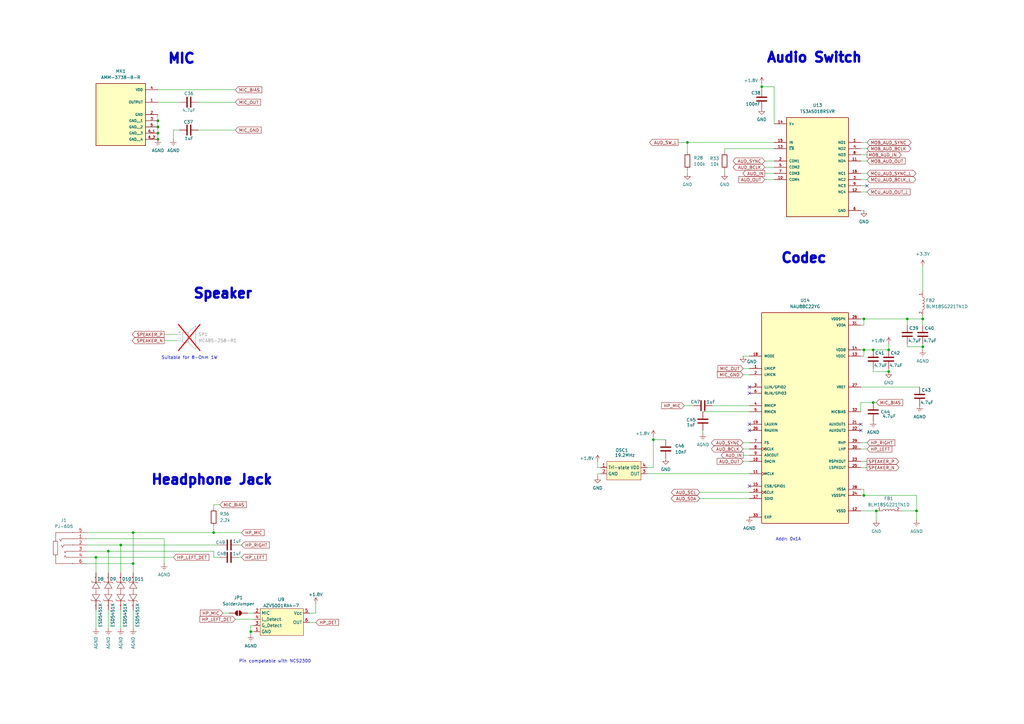
<source format=kicad_sch>
(kicad_sch (version 20250114) (generator "eeschema") (generator_version "9.0")
  (paper "A3")
  (title_block (title "UQ Phone") (rev "0.2.0") (company "The University of Queensland"))
  (lib_symbols
    (symbol "AMM-3738-B-R:AMM-3738-B-R" (pin_names (offset 1.016))
      (property "Reference" "MK" (at -10.16 8.89 0))
      (property "Value" "AMM-3738-B-R" (at -10.16 -19.05 0))
      (symbol "AMM-3738-B-R_0_0"
        (pin power_in line (at 15.24 5.08 180) (length 5.08) (name "VDD") (number "4"))
        (pin output line (at 15.24 0 180) (length 5.08) (name "OUTPUT") (number "1"))
        (pin power_in line (at 15.24 -5.08 180) (length 5.08) (name "GND") (number "2"))
        (pin power_in line (at 15.24 -7.62 180) (length 5.08) (name "GND__1") (number "3"))
        (pin power_in line (at 15.24 -10.16 180) (length 5.08) (name "GND__2") (number "5"))
        (pin power_in line (at 15.24 -12.7 180) (length 5.08) (name "GND__3") (number "6_1"))
        (pin power_in line (at 15.24 -15.24 180) (length 5.08) (name "GND__4") (number "6_2"))
      )
    )
    (symbol "BLM18SG221TN1D:BLM18SG221TN1D" (pin_names (offset 1.016))
      (property "Reference" "FB" (at -3.556 3.048 0))
      (property "Value" "BLM18SG221TN1D" (at -12.71 -5.0866 0))
      (symbol "BLM18SG221TN1D_0_0"
        (pin passive line (at 0 0 0) (length 2.54) (name "~") (number "1"))
        (pin passive line (at 10.16 0 180) (length 2.54) (name "~") (number "2"))
      )
    )
    (symbol "Capacitors:Capacitor_10nF" (pin_numbers (hide yes)) (pin_names (hide yes))
      (property "Reference" "C" (at 4.064 0 0))
      (property "Value" "10nF" (at 0 0 0))
      (symbol "Capacitor_10nF_1_1"
        (pin passive line (at 0 3.81 270) (length 2.794) (name "~") (number "1"))
        (pin passive line (at 0 -3.81 90) (length 2.794) (name "~") (number "2"))
      )
    )
    (symbol "Capacitors:Capacitor_1uF" (pin_numbers (hide yes)) (pin_names (hide yes))
      (property "Reference" "C" (at 4.064 0 0))
      (property "Value" "1uF" (at 0 0 0))
      (symbol "Capacitor_1uF_1_1"
        (pin passive line (at 0 3.81 270) (length 2.794) (name "~") (number "1"))
        (pin passive line (at 0 -3.81 90) (length 2.794) (name "~") (number "2"))
      )
    )
    (symbol "Capacitors:Capacitor_4.7uF" (pin_numbers (hide yes)) (pin_names (hide yes))
      (property "Reference" "C" (at 4.064 0 0))
      (property "Value" "4.7uF" (at 0 0 0))
      (symbol "Capacitor_4.7uF_1_1"
        (pin passive line (at 0 3.81 270) (length 2.794) (name "~") (number "1"))
        (pin passive line (at 0 -3.81 90) (length 2.794) (name "~") (number "2"))
      )
    )
    (symbol "Capacitors:capacitor_100nF" (pin_numbers (hide yes)) (pin_names (hide yes))
      (property "Reference" "C" (at 4.064 0 0))
      (property "Value" "100nF" (at 0 0 0))
      (symbol "capacitor_100nF_1_1"
        (pin passive line (at 0 3.81 270) (length 2.794) (name "~") (number "1"))
        (pin passive line (at 0 -3.81 90) (length 2.794) (name "~") (number "2"))
      )
    )
    (symbol "ESD5451X-2/TR_1"
      (property "Reference" "D" (at 0 0 0))
      (property "Value" "ESD5451X" (at 0 0 0))
      (symbol "ESD5451X-2/TR_1_1_0"
        (pin unspecified line (at -7.62 0 0) (length 3.81) (name "1") (number "1"))
        (pin unspecified line (at 7.62 0 180) (length 3.81) (name "2") (number "2"))
      )
    )
    (symbol "Jumper:SolderJumper_2_Open" (pin_numbers (hide yes)) (pin_names (offset 0) (hide yes)) (in_bom no)
      (property "Reference" "JP" (at 0 2.032 0))
      (property "Value" "SolderJumper_2_Open" (at 0 -2.54 0))
      (symbol "SolderJumper_2_Open_1_1"
        (pin passive line (at -3.81 0 0) (length 2.54) (name "A") (number "1"))
        (pin passive line (at 3.81 0 180) (length 2.54) (name "B") (number "2"))
      )
    )
    (symbol "Misc:AZV5001"
      (property "Reference" "U" (at -1.27 16.002 0))
      (property "Value" "AZV5001RA4-7" (at -1.27 16.002 0))
      (symbol "AZV5001_0_0"
        (pin unspecified line (at 0 2.54 0) (length 2.54) (name "MIC") (number "2"))
        (pin unspecified line (at 0 0 0) (length 2.54) (name "L_Detect") (number "4"))
        (pin unspecified line (at 0 -2.54 0) (length 2.54) (name "G_Detect") (number "3"))
        (pin unspecified line (at 0 -5.08 0) (length 2.54) (name "GND") (number "1"))
        (pin unspecified line (at 22.86 2.54 180) (length 2.54) (name "Vcc") (number "5"))
        (pin unspecified line (at 22.86 -1.27 180) (length 2.54) (name "OUT") (number "6"))
      )
    )
    (symbol "Misc:OT7EL89CJI-111YLC-19.2M"
      (property "Reference" "OSC" (at 5.334 -1.27 0))
      (symbol "OT7EL89CJI-111YLC-19.2M_1_0"
        (pin unspecified line (at 0 0 0) (length 2.54) (name "Tri-state") (number "1"))
        (pin unspecified line (at 0 -2.54 0) (length 2.54) (name "GND") (number "2"))
        (pin unspecified line (at 19.05 0 180) (length 2.54) (name "VDD") (number "4"))
        (pin unspecified line (at 19.05 -2.54 180) (length 2.54) (name "OUT") (number "3"))
      )
    )
    (symbol "Misc:PJ-605-6A"
      (property "Reference" "J" (at 0 0 0))
      (property "Value" "PJ-605" (at 0 0 0))
      (symbol "PJ-605-6A_1_0"
        (pin input line (at 6.35 5.08 180) (length 5.08) (name "5") (number "5"))
        (pin input line (at 6.35 2.54 180) (length 5.08) (name "1") (number "1"))
        (pin input line (at 6.35 0 180) (length 5.08) (name "2") (number "2"))
        (pin input line (at 6.35 -2.54 180) (length 5.08) (name "3") (number "3"))
        (pin input line (at 6.35 -5.08 180) (length 5.08) (name "4") (number "4"))
        (pin input line (at 6.35 -7.62 180) (length 5.08) (name "6") (number "6"))
      )
    )
    (symbol "Misc:Speaker" (pin_names (hide yes))
      (property "Reference" "SP" (at -1.27 4.572 0))
      (property "Value" "MCABS-258-RC" (at -1.27 4.572 0))
      (symbol "Speaker_1_1"
        (pin passive line (at -5.08 1.27 0) (length 2.54) (name "+") (number "+"))
        (pin passive line (at -5.08 -1.27 0) (length 2.54) (name "-") (number "-"))
      )
    )
    (symbol "NAU88C22YG:NAU88C22YG" (pin_names (offset 1.016))
      (property "Reference" "U" (at -17.78 45.72 0))
      (property "Value" "NAU88C22YG" (at -17.78 -45.72 0))
      (symbol "NAU88C22YG_0_0"
        (pin input line (at -22.86 25.4 0) (length 5.08) (name "MODE") (number "18"))
        (pin input line (at -22.86 20.32 0) (length 5.08) (name "LMICP") (number "1"))
        (pin input line (at -22.86 17.78 0) (length 5.08) (name "LMICN") (number "2"))
        (pin bidirectional line (at -22.86 12.7 0) (length 5.08) (name "LLIN/GPIO2") (number "3"))
        (pin bidirectional line (at -22.86 10.16 0) (length 5.08) (name "RLIN/GPIO3") (number "6"))
        (pin input line (at -22.86 5.08 0) (length 5.08) (name "RMICP") (number "4"))
        (pin input line (at -22.86 2.54 0) (length 5.08) (name "RMICN") (number "5"))
        (pin input line (at -22.86 -2.54 0) (length 5.08) (name "LAUXIN") (number "19"))
        (pin input line (at -22.86 -5.08 0) (length 5.08) (name "RAUXIN") (number "20"))
        (pin bidirectional line (at -22.86 -10.16 0) (length 5.08) (name "FS") (number "7"))
        (pin bidirectional clock (at -22.86 -12.7 0) (length 5.08) (name "BCLK") (number "8"))
        (pin output line (at -22.86 -15.24 0) (length 5.08) (name "ADCOUT") (number "9"))
        (pin input line (at -22.86 -17.78 0) (length 5.08) (name "DACIN") (number "10"))
        (pin input clock (at -22.86 -22.86 0) (length 5.08) (name "MCLK") (number "11"))
        (pin bidirectional line (at -22.86 -27.94 0) (length 5.08) (name "CSB/GPIO1") (number "15"))
        (pin input clock (at -22.86 -30.48 0) (length 5.08) (name "SCLK") (number "16"))
        (pin bidirectional line (at -22.86 -33.02 0) (length 5.08) (name "SDIO") (number "17"))
        (pin passive line (at -22.86 -40.64 0) (length 5.08) (name "EXP") (number "33"))
        (pin power_in line (at 22.86 40.64 180) (length 5.08) (name "VDDSPK") (number "26"))
        (pin power_in line (at 22.86 38.1 180) (length 5.08) (name "VDDA") (number "31"))
        (pin power_in line (at 22.86 27.94 180) (length 5.08) (name "VDDB") (number "14"))
        (pin power_in line (at 22.86 25.4 180) (length 5.08) (name "VDDC") (number "13"))
        (pin power_in line (at 22.86 12.7 180) (length 5.08) (name "VREF") (number "27"))
        (pin output line (at 22.86 2.54 180) (length 5.08) (name "MICBIAS") (number "32"))
        (pin output line (at 22.86 -2.54 180) (length 5.08) (name "AUXOUT1") (number "21"))
        (pin output line (at 22.86 -5.08 180) (length 5.08) (name "AUXOUT2") (number "22"))
        (pin output line (at 22.86 -10.16 180) (length 5.08) (name "RHP") (number "29"))
        (pin output line (at 22.86 -12.7 180) (length 5.08) (name "LHP") (number "30"))
        (pin output line (at 22.86 -17.78 180) (length 5.08) (name "RSPKOUT") (number "23"))
        (pin output line (at 22.86 -20.32 180) (length 5.08) (name "LSPKOUT") (number "25"))
        (pin power_in line (at 22.86 -29.21 180) (length 5.08) (name "VSSA") (number "28"))
        (pin power_in line (at 22.86 -31.75 180) (length 5.08) (name "VSSSPK") (number "24"))
        (pin power_in line (at 22.86 -38.1 180) (length 5.08) (name "VSSD") (number "12"))
      )
    )
    (symbol "Resistors:Resistor_100k" (pin_numbers (hide yes)) (pin_names (hide yes))
      (property "Reference" "R" (at 2.54 0.254 0))
      (property "Value" "100k" (at 0 -3.81 0))
      (symbol "Resistor_100k_1_1"
        (pin passive line (at 0 3.81 270) (length 1.27) (name "~") (number "2"))
        (pin passive line (at 0 -3.81 90) (length 1.27) (name "~") (number "1"))
      )
    )
    (symbol "Resistors:Resistor_10k" (pin_numbers (hide yes)) (pin_names (hide yes))
      (property "Reference" "R" (at 2.54 0.254 0))
      (property "Value" "10k" (at 0 -3.81 0))
      (symbol "Resistor_10k_1_1"
        (pin passive line (at 0 3.81 270) (length 1.27) (name "~") (number "2"))
        (pin passive line (at 0 -3.81 90) (length 1.27) (name "~") (number "1"))
      )
    )
    (symbol "Resistors:Resistor_2k2" (pin_numbers (hide yes)) (pin_names (hide yes))
      (property "Reference" "R" (at 2.54 0.254 0))
      (property "Value" "2.2k" (at 0 -3.81 0))
      (symbol "Resistor_2k2_1_1"
        (pin passive line (at 0 3.81 270) (length 1.27) (name "~") (number "2"))
        (pin passive line (at 0 -3.81 90) (length 1.27) (name "~") (number "1"))
      )
    )
    (symbol "TS3A5018RSVR:TS3A5018RSVR" (pin_names (offset 1.016))
      (property "Reference" "U" (at -12.7 21.59 0))
      (property "Value" "TS3A5018RSVR" (at -12.7 -21.59 0))
      (symbol "TS3A5018RSVR_0_0"
        (pin power_in line (at -17.78 17.78 0) (length 5.08) (name "V+") (number "14"))
        (pin input line (at -17.78 10.16 0) (length 5.08) (name "IN") (number "15"))
        (pin input line (at -17.78 7.62 0) (length 5.08) (name "~{EN}") (number "13"))
        (pin bidirectional line (at -17.78 2.54 0) (length 5.08) (name "COM1") (number "2"))
        (pin bidirectional line (at -17.78 0 0) (length 5.08) (name "COM2") (number "5"))
        (pin bidirectional line (at -17.78 -2.54 0) (length 5.08) (name "COM3") (number "7"))
        (pin bidirectional line (at -17.78 -5.08 0) (length 5.08) (name "COM4") (number "10"))
        (pin bidirectional line (at 17.78 10.16 180) (length 5.08) (name "NO1") (number "1"))
        (pin bidirectional line (at 17.78 7.62 180) (length 5.08) (name "NO2") (number "4"))
        (pin bidirectional line (at 17.78 5.08 180) (length 5.08) (name "NO3") (number "8"))
        (pin bidirectional line (at 17.78 2.54 180) (length 5.08) (name "NO4") (number "11"))
        (pin bidirectional line (at 17.78 -2.54 180) (length 5.08) (name "NC1") (number "16"))
        (pin bidirectional line (at 17.78 -5.08 180) (length 5.08) (name "NC2") (number "3"))
        (pin bidirectional line (at 17.78 -7.62 180) (length 5.08) (name "NC3") (number "9"))
        (pin bidirectional line (at 17.78 -10.16 180) (length 5.08) (name "NC4") (number "12"))
        (pin power_in line (at 17.78 -17.78 180) (length 5.08) (name "GND") (number "6"))
      )
    )
    (symbol "power:+1V8" (power) (pin_numbers (hide yes)) (pin_names (offset 0) (hide yes))
      (property "Value" "+1V8" (at 0 3.556 0))
      (symbol "+1V8_1_1"
        (pin power_in line (at 0 0 90) (length 0) (name "~") (number "1"))
      )
    )
    (symbol "power:+3.3V" (power) (pin_numbers (hide yes)) (pin_names (offset 0) (hide yes))
      (property "Value" "+3.3V" (at 0 3.556 0))
      (symbol "+3.3V_1_1"
        (pin power_in line (at 0 0 90) (length 0) (name "~") (number "1"))
      )
    )
    (symbol "power:GND" (power) (pin_numbers (hide yes)) (pin_names (offset 0) (hide yes))
      (property "Value" "GND" (at 0 -3.81 0))
      (symbol "GND_1_1"
        (pin power_in line (at 0 0 270) (length 0) (name "~") (number "1"))
      )
    )
    (symbol "power:GNDREF" (power) (pin_numbers (hide yes)) (pin_names (offset 0) (hide yes))
      (property "Value" "GNDREF" (at 0 -3.81 0))
      (symbol "GNDREF_1_1"
        (pin power_in line (at 0 0 270) (length 0) (name "~") (number "1"))
      )
    )
  )
  (text "Suitable for 8-Ohm 1W" (at 77.724 146.812 0) (effects (font (size 1.27 1.27))))
  (text "Addr: 0x1A" (at 323.342 221.234 0) (effects (font (size 1.27 1.27))))
  (text "Pin compatable with NCS2300" (at 112.776 271.272 0) (effects (font (size 1.27 1.27))))
  (text "Codec\n" (at 329.692 105.918 0) (effects (font (size 4 4) (thickness 1) (bold yes))))
  (text "Headphone Jack" (at 86.868 196.85 0) (effects (font (size 4 4) (thickness 1) (bold yes))))
  (text "Speaker\n\n" (at 91.44 123.698 0) (effects (font (size 4 4) (thickness 1) (bold yes))))
  (text "MIC\n" (at 74.422 24.13 0) (effects (font (size 4 4) (thickness 1) (bold yes))))
  (text "Audio Switch\n\n" (at 334.01 26.924 0) (effects (font (size 4 4) (thickness 1) (bold yes))))
  (junction (at 64.77 54.61))
  (junction (at 354.33 203.2))
  (junction (at 49.53 223.52))
  (junction (at 364.49 152.4))
  (junction (at 312.42 35.56))
  (junction (at 64.77 49.53))
  (junction (at 267.97 180.34))
  (junction (at 354.33 143.51))
  (junction (at 358.14 165.1))
  (junction (at 354.33 130.81))
  (junction (at 375.92 209.55))
  (junction (at 372.11 130.81))
  (junction (at 54.61 218.44))
  (junction (at 102.87 259.08))
  (junction (at 359.41 209.55))
  (junction (at 378.46 130.81))
  (junction (at 44.45 226.06))
  (junction (at 64.77 57.15))
  (junction (at 87.63 218.44))
  (junction (at 378.46 142.24))
  (junction (at 54.61 231.14))
  (junction (at 364.49 143.51))
  (junction (at 39.37 228.6))
  (junction (at 358.14 143.51))
  (junction (at 64.77 52.07))
  (junction (at 281.94 58.42))
  (no_connect (at 307.34 173.99))
  (no_connect (at 307.34 161.29))
  (no_connect (at 307.34 199.39))
  (no_connect (at 355.6 76.2))
  (no_connect (at 307.34 158.75))
  (no_connect (at 353.06 173.99))
  (no_connect (at 353.06 176.53))
  (no_connect (at 307.34 176.53))
  (wire (pts (xy 64.77 46.99) (xy 64.77 49.53)))
  (wire (pts (xy 67.31 139.7) (xy 72.39 139.7)))
  (wire (pts (xy 87.63 215.9) (xy 87.63 218.44)))
  (wire (pts (xy 359.41 209.55) (xy 359.41 213.36)))
  (wire (pts (xy 288.29 177.8) (xy 288.29 176.53)))
  (wire (pts (xy 358.14 152.4) (xy 364.49 152.4)))
  (wire (pts (xy 64.77 54.61) (xy 64.77 57.15)))
  (wire (pts (xy 281.94 58.42) (xy 317.5 58.42)))
  (wire (pts (xy 353.06 191.77) (xy 355.6 191.77)))
  (wire (pts (xy 245.11 194.31) (xy 246.38 194.31)))
  (wire (pts (xy 358.14 152.4) (xy 358.14 151.13)))
  (wire (pts (xy 313.69 66.04) (xy 317.5 66.04)))
  (wire (pts (xy 99.06 228.6) (xy 97.79 228.6)))
  (wire (pts (xy 287.02 201.93) (xy 307.34 201.93)))
  (wire (pts (xy 91.44 251.46) (xy 93.98 251.46)))
  (wire (pts (xy 102.87 256.54) (xy 102.87 259.08)))
  (wire (pts (xy 81.28 41.91) (xy 96.52 41.91)))
  (wire (pts (xy 317.5 35.56) (xy 317.5 50.8)))
  (wire (pts (xy 375.92 203.2) (xy 375.92 209.55)))
  (wire (pts (xy 364.49 151.13) (xy 364.49 152.4)))
  (wire (pts (xy 281.94 62.23) (xy 281.94 58.42)))
  (wire (pts (xy 102.87 259.08) (xy 104.14 259.08)))
  (wire (pts (xy 313.69 68.58) (xy 317.5 68.58)))
  (wire (pts (xy 378.46 133.35) (xy 378.46 130.81)))
  (wire (pts (xy 39.37 228.6) (xy 39.37 234.95)))
  (wire (pts (xy 372.11 140.97) (xy 372.11 142.24)))
  (wire (pts (xy 353.06 146.05) (xy 354.33 146.05)))
  (wire (pts (xy 353.06 165.1) (xy 358.14 165.1)))
  (wire (pts (xy 375.92 209.55) (xy 369.57 209.55)))
  (wire (pts (xy 378.46 109.22) (xy 378.46 119.38)))
  (wire (pts (xy 304.8 189.23) (xy 307.34 189.23)))
  (wire (pts (xy 372.11 130.81) (xy 378.46 130.81)))
  (wire (pts (xy 265.43 191.77) (xy 267.97 191.77)))
  (wire (pts (xy 267.97 180.34) (xy 273.05 180.34)))
  (wire (pts (xy 96.52 254) (xy 104.14 254)))
  (wire (pts (xy 87.63 228.6) (xy 87.63 226.06)))
  (wire (pts (xy 312.42 35.56) (xy 317.5 35.56)))
  (wire (pts (xy 292.1 166.37) (xy 307.34 166.37)))
  (wire (pts (xy 353.06 184.15) (xy 355.6 184.15)))
  (wire (pts (xy 353.06 76.2) (xy 355.6 76.2)))
  (wire (pts (xy 99.06 223.52) (xy 97.79 223.52)))
  (wire (pts (xy 354.33 200.66) (xy 354.33 203.2)))
  (wire (pts (xy 49.53 250.19) (xy 49.53 257.81)))
  (wire (pts (xy 101.6 251.46) (xy 104.14 251.46)))
  (wire (pts (xy 87.63 218.44) (xy 99.06 218.44)))
  (wire (pts (xy 67.31 137.16) (xy 72.39 137.16)))
  (wire (pts (xy 71.12 57.15) (xy 71.12 53.34)))
  (wire (pts (xy 353.06 71.12) (xy 355.6 71.12)))
  (wire (pts (xy 35.56 220.98) (xy 67.31 220.98)))
  (wire (pts (xy 359.41 209.55) (xy 353.06 209.55)))
  (wire (pts (xy 64.77 49.53) (xy 64.77 52.07)))
  (wire (pts (xy 71.12 53.34) (xy 73.66 53.34)))
  (wire (pts (xy 267.97 180.34) (xy 267.97 179.07)))
  (wire (pts (xy 265.43 194.31) (xy 307.34 194.31)))
  (wire (pts (xy 353.06 181.61) (xy 355.6 181.61)))
  (wire (pts (xy 378.46 129.54) (xy 378.46 130.81)))
  (wire (pts (xy 54.61 218.44) (xy 87.63 218.44)))
  (wire (pts (xy 354.33 130.81) (xy 372.11 130.81)))
  (wire (pts (xy 353.06 73.66) (xy 355.6 73.66)))
  (wire (pts (xy 49.53 223.52) (xy 90.17 223.52)))
  (wire (pts (xy 96.52 36.83) (xy 64.77 36.83)))
  (wire (pts (xy 87.63 207.01) (xy 90.17 207.01)))
  (wire (pts (xy 49.53 223.52) (xy 49.53 234.95)))
  (wire (pts (xy 39.37 228.6) (xy 71.12 228.6)))
  (wire (pts (xy 353.06 86.36) (xy 354.33 86.36)))
  (wire (pts (xy 87.63 226.06) (xy 44.45 226.06)))
  (wire (pts (xy 313.69 73.66) (xy 317.5 73.66)))
  (wire (pts (xy 297.18 60.96) (xy 317.5 60.96)))
  (wire (pts (xy 304.8 146.05) (xy 307.34 146.05)))
  (wire (pts (xy 353.06 203.2) (xy 354.33 203.2)))
  (wire (pts (xy 81.28 53.34) (xy 96.52 53.34)))
  (wire (pts (xy 353.06 78.74) (xy 355.6 78.74)))
  (wire (pts (xy 129.54 251.46) (xy 127 251.46)))
  (wire (pts (xy 54.61 250.19) (xy 54.61 257.81)))
  (wire (pts (xy 313.69 71.12) (xy 317.5 71.12)))
  (wire (pts (xy 354.33 203.2) (xy 375.92 203.2)))
  (wire (pts (xy 102.87 260.35) (xy 102.87 259.08)))
  (wire (pts (xy 353.06 143.51) (xy 354.33 143.51)))
  (wire (pts (xy 35.56 228.6) (xy 39.37 228.6)))
  (wire (pts (xy 87.63 208.28) (xy 87.63 207.01)))
  (wire (pts (xy 297.18 60.96) (xy 297.18 62.23)))
  (wire (pts (xy 35.56 226.06) (xy 44.45 226.06)))
  (wire (pts (xy 304.8 151.13) (xy 307.34 151.13)))
  (wire (pts (xy 378.46 142.24) (xy 378.46 140.97)))
  (wire (pts (xy 35.56 218.44) (xy 54.61 218.44)))
  (wire (pts (xy 372.11 142.24) (xy 378.46 142.24)))
  (wire (pts (xy 353.06 66.04) (xy 355.6 66.04)))
  (wire (pts (xy 353.06 200.66) (xy 354.33 200.66)))
  (wire (pts (xy 35.56 231.14) (xy 54.61 231.14)))
  (wire (pts (xy 297.18 71.12) (xy 297.18 69.85)))
  (wire (pts (xy 304.8 186.69) (xy 307.34 186.69)))
  (wire (pts (xy 353.06 165.1) (xy 353.06 168.91)))
  (wire (pts (xy 35.56 223.52) (xy 49.53 223.52)))
  (wire (pts (xy 64.77 41.91) (xy 73.66 41.91)))
  (wire (pts (xy 354.33 130.81) (xy 353.06 130.81)))
  (wire (pts (xy 378.46 142.24) (xy 378.46 143.51)))
  (wire (pts (xy 364.49 143.51) (xy 358.14 143.51)))
  (wire (pts (xy 354.33 130.81) (xy 354.33 133.35)))
  (wire (pts (xy 44.45 250.19) (xy 44.45 257.81)))
  (wire (pts (xy 372.11 130.81) (xy 372.11 133.35)))
  (wire (pts (xy 354.33 143.51) (xy 358.14 143.51)))
  (wire (pts (xy 375.92 209.55) (xy 375.92 213.36)))
  (wire (pts (xy 54.61 231.14) (xy 54.61 234.95)))
  (wire (pts (xy 353.06 60.96) (xy 355.6 60.96)))
  (wire (pts (xy 245.11 191.77) (xy 246.38 191.77)))
  (wire (pts (xy 281.94 71.12) (xy 281.94 69.85)))
  (wire (pts (xy 129.54 247.65) (xy 129.54 251.46)))
  (wire (pts (xy 364.49 140.97) (xy 364.49 143.51)))
  (wire (pts (xy 304.8 184.15) (xy 307.34 184.15)))
  (wire (pts (xy 67.31 231.14) (xy 67.31 220.98)))
  (wire (pts (xy 129.54 255.27) (xy 127 255.27)))
  (wire (pts (xy 353.06 189.23) (xy 355.6 189.23)))
  (wire (pts (xy 245.11 195.58) (xy 245.11 194.31)))
  (wire (pts (xy 44.45 226.06) (xy 44.45 234.95)))
  (wire (pts (xy 54.61 218.44) (xy 54.61 231.14)))
  (wire (pts (xy 312.42 34.29) (xy 312.42 35.56)))
  (wire (pts (xy 354.33 143.51) (xy 354.33 146.05)))
  (wire (pts (xy 353.06 158.75) (xy 377.19 158.75)))
  (wire (pts (xy 245.11 189.23) (xy 245.11 191.77)))
  (wire (pts (xy 358.14 165.1) (xy 359.41 165.1)))
  (wire (pts (xy 287.02 204.47) (xy 307.34 204.47)))
  (wire (pts (xy 353.06 58.42) (xy 355.6 58.42)))
  (wire (pts (xy 64.77 52.07) (xy 64.77 54.61)))
  (wire (pts (xy 304.8 181.61) (xy 307.34 181.61)))
  (wire (pts (xy 304.8 153.67) (xy 307.34 153.67)))
  (wire (pts (xy 280.67 166.37) (xy 284.48 166.37)))
  (wire (pts (xy 267.97 180.34) (xy 267.97 191.77)))
  (wire (pts (xy 39.37 250.19) (xy 39.37 257.81)))
  (wire (pts (xy 278.13 58.42) (xy 281.94 58.42)))
  (wire (pts (xy 87.63 228.6) (xy 90.17 228.6)))
  (wire (pts (xy 104.14 256.54) (xy 102.87 256.54)))
  (wire (pts (xy 312.42 36.83) (xy 312.42 35.56)))
  (wire (pts (xy 288.29 168.91) (xy 307.34 168.91)))
  (wire (pts (xy 354.33 133.35) (xy 353.06 133.35)))
  (wire (pts (xy 353.06 63.5) (xy 355.6 63.5)))
  (global_label "MIC_GND" (shape input) (at 96.52 53.34 0) (property "Intersheetrefs" "${INTERSHEET_REFS}" (effects (hide yes))))
  (global_label "HP_RIGHT" (shape input) (at 355.6 181.61 0) (property "Intersheetrefs" "${INTERSHEET_REFS}" (effects (hide yes))))
  (global_label "MIC_BIAS" (shape input) (at 96.52 36.83 0) (property "Intersheetrefs" "${INTERSHEET_REFS}" (effects (hide yes))))
  (global_label "MCU_AUD_OUT_L" (shape input) (at 355.6 78.74 0) (property "Intersheetrefs" "${INTERSHEET_REFS}" (effects (hide yes))))
  (global_label "HP_LEFT" (shape input) (at 99.06 228.6 0) (property "Intersheetrefs" "${INTERSHEET_REFS}" (effects (hide yes))))
  (global_label "MIC_BIAS" (shape input) (at 359.41 165.1 0) (property "Intersheetrefs" "${INTERSHEET_REFS}" (effects (hide yes))))
  (global_label "AUD_OUT" (shape input) (at 304.8 189.23 180) (property "Intersheetrefs" "${INTERSHEET_REFS}" (effects (hide yes))))
  (global_label "AUD_SCL" (shape bidirectional) (at 287.02 201.93 180) (property "Intersheetrefs" "${INTERSHEET_REFS}" (effects (hide yes))))
  (global_label "HP_LEFT" (shape input) (at 355.6 184.15 0) (property "Intersheetrefs" "${INTERSHEET_REFS}" (effects (hide yes))))
  (global_label "HP_DET" (shape input) (at 129.54 255.27 0) (property "Intersheetrefs" "${INTERSHEET_REFS}" (effects (hide yes))))
  (global_label "SPEAKER_P" (shape output) (at 355.6 189.23 0) (property "Intersheetrefs" "${INTERSHEET_REFS}" (effects (hide yes))))
  (global_label "MIC_OUT" (shape input) (at 304.8 151.13 180) (property "Intersheetrefs" "${INTERSHEET_REFS}" (effects (hide yes))))
  (global_label "HP_MIC" (shape input) (at 99.06 218.44 0) (property "Intersheetrefs" "${INTERSHEET_REFS}" (effects (hide yes))))
  (global_label "MOB_AUD_SYNC" (shape bidirectional) (at 355.6 58.42 0) (property "Intersheetrefs" "${INTERSHEET_REFS}" (effects (hide yes))))
  (global_label "AUD_SDA" (shape bidirectional) (at 287.02 204.47 180) (property "Intersheetrefs" "${INTERSHEET_REFS}" (effects (hide yes))))
  (global_label "SPEAKER_N" (shape output) (at 67.31 139.7 180) (property "Intersheetrefs" "${INTERSHEET_REFS}" (effects (hide yes))))
  (global_label "MOB_AUD_BCLK" (shape bidirectional) (at 355.6 60.96 0) (property "Intersheetrefs" "${INTERSHEET_REFS}" (effects (hide yes))))
  (global_label "HP_LEFT_DET" (shape input) (at 96.52 254 180) (property "Intersheetrefs" "${INTERSHEET_REFS}" (effects (hide yes))))
  (global_label "HP_LEFT_DET" (shape input) (at 71.12 228.6 0) (property "Intersheetrefs" "${INTERSHEET_REFS}" (effects (hide yes))))
  (global_label "AUD_BCLK" (shape bidirectional) (at 313.69 68.58 180) (property "Intersheetrefs" "${INTERSHEET_REFS}" (effects (hide yes))))
  (global_label "HP_MIC" (shape input) (at 280.67 166.37 180) (property "Intersheetrefs" "${INTERSHEET_REFS}" (effects (hide yes))))
  (global_label "SPEAKER_N" (shape output) (at 355.6 191.77 0) (property "Intersheetrefs" "${INTERSHEET_REFS}" (effects (hide yes))))
  (global_label "HP_MIC" (shape input) (at 91.44 251.46 180) (property "Intersheetrefs" "${INTERSHEET_REFS}" (effects (hide yes))))
  (global_label "AUD_IN" (shape output) (at 304.8 186.69 180) (property "Intersheetrefs" "${INTERSHEET_REFS}" (effects (hide yes))))
  (global_label "MIC_GND" (shape input) (at 304.8 153.67 180) (property "Intersheetrefs" "${INTERSHEET_REFS}" (effects (hide yes))))
  (global_label "MOB_AUD_OUT" (shape input) (at 355.6 66.04 0) (property "Intersheetrefs" "${INTERSHEET_REFS}" (effects (hide yes))))
  (global_label "HP_RIGHT" (shape input) (at 99.06 223.52 0) (property "Intersheetrefs" "${INTERSHEET_REFS}" (effects (hide yes))))
  (global_label "AUD_SYNC" (shape bidirectional) (at 313.69 66.04 180) (property "Intersheetrefs" "${INTERSHEET_REFS}" (effects (hide yes))))
  (global_label "MCU_AUD_SYNC_L" (shape bidirectional) (at 355.6 71.12 0) (property "Intersheetrefs" "${INTERSHEET_REFS}" (effects (hide yes))))
  (global_label "MIC_OUT" (shape input) (at 96.52 41.91 0) (property "Intersheetrefs" "${INTERSHEET_REFS}" (effects (hide yes))))
  (global_label "AUD_OUT" (shape input) (at 313.69 73.66 180) (property "Intersheetrefs" "${INTERSHEET_REFS}" (effects (hide yes))))
  (global_label "AUD_SW_L" (shape output) (at 278.13 58.42 180) (property "Intersheetrefs" "${INTERSHEET_REFS}" (effects (hide yes))))
  (global_label "AUD_BCLK" (shape bidirectional) (at 304.8 184.15 180) (property "Intersheetrefs" "${INTERSHEET_REFS}" (effects (hide yes))))
  (global_label "AUD_SYNC" (shape bidirectional) (at 304.8 181.61 180) (property "Intersheetrefs" "${INTERSHEET_REFS}" (effects (hide yes))))
  (global_label "AUD_IN" (shape output) (at 313.69 71.12 180) (property "Intersheetrefs" "${INTERSHEET_REFS}" (effects (hide yes))))
  (global_label "SPEAKER_P" (shape output) (at 67.31 137.16 180) (property "Intersheetrefs" "${INTERSHEET_REFS}" (effects (hide yes))))
  (global_label "MOB_AUD_IN" (shape output) (at 355.6 63.5 0) (property "Intersheetrefs" "${INTERSHEET_REFS}" (effects (hide yes))))
  (global_label "MIC_BIAS" (shape input) (at 90.17 207.01 0) (property "Intersheetrefs" "${INTERSHEET_REFS}" (effects (hide yes))))
  (global_label "MCU_AUD_BCLK_L" (shape bidirectional) (at 355.6 73.66 0) (property "Intersheetrefs" "${INTERSHEET_REFS}" (effects (hide yes))))
  (symbol (lib_id "power:GNDREF") (at 54.61 257.81 0) (unit 1)
    (property "Reference" "#PWR0223" (effects (hide yes)))
    (property "Value" "AGND" (at 54.61 263.652 90))
    (property "Description" "Power symbol creates a global label with name \"GNDREF\" , reference supply ground" (effects (hide yes)))
  )
  (symbol (lib_id "BLM18SG221TN1D:BLM18SG221TN1D") (at 378.46 119.38 270) (unit 1)
    (property "Reference" "FB2" (at 379.73 123.1899 90) (effects (justify left)))
    (property "Value" "BLM18SG221TN1D" (at 379.73 125.7299 90) (effects (justify left)))
    (property "Footprint" "BLM18SG221TN1D:BEADC1608X65N" (effects (hide yes)))
    (property "DigiKey_Part_Number" "490-5225-2-ND" (effects (hide yes)))
    (property "SnapEDA_Link" "https://www.snapeda.com/parts/BLM18SG221TN1D/Murata/view-part/?ref=snap" (effects (hide yes)))
    (property "Description_1" "220 Ohms @ 100 MHz 1 Power Line Ferrite Bead 0603 (1608 Metric) 2.5A 40mOhm" (effects (hide yes)))
    (property "MF" "Murata Electronics" (effects (hide yes)))
    (property "Package" "1608 Murata" (effects (hide yes)))
    (property "Check_prices" "https://www.snapeda.com/parts/BLM18SG221TN1D/Murata/view-part/?ref=eda" (effects (hide yes)))
    (property "MP" "BLM18SG221TN1D" (effects (hide yes)))
    (property "LCSC PN" "C88988" (effects (hide yes)))
  )
  (symbol (lib_id "Capacitors:Capacitor_4.7uF") (at 372.11 137.16 0) (unit 1)
    (property "Reference" "C39" (at 372.872 134.62 0) (effects (justify left)))
    (property "Value" "4.7uF" (at 372.364 139.7 0) (effects (justify left)))
    (property "Footprint" "Capacitor_SMD:C_0201_0603Metric" (effects (hide yes)))
    (property "Description" "6.3V 4.7uF X5R ±20% 0201 Multilayer Ceramic Capacitors MLCC - SMD/SMT ROHS" (effects (hide yes)))
    (property "LCSC PN" "C335103" (effects (hide yes)))
  )
  (symbol (lib_id "power:+3.3V") (at 378.46 109.22 0) (unit 1)
    (property "Reference" "#PWR0100" (effects (hide yes)))
    (property "Value" "+3.3V" (at 378.46 104.14 0))
    (property "Description" "Power symbol creates a global label with name \"+3.3V\"" (effects (hide yes)))
  )
  (symbol (lib_id "power:GNDREF") (at 44.45 257.81 0) (unit 1)
    (property "Reference" "#PWR0220" (effects (hide yes)))
    (property "Value" "AGND" (at 44.45 263.652 90))
    (property "Description" "Power symbol creates a global label with name \"GNDREF\" , reference supply ground" (effects (hide yes)))
  )
  (symbol (lib_id "power:+1V8") (at 312.42 34.29 0) (unit 1)
    (property "Reference" "#PWR099" (effects (hide yes)))
    (property "Value" "+1.8V" (at 305.054 33.02 0) (effects (justify left)))
    (property "Description" "Power symbol creates a global label with name \"+1V8\"" (effects (hide yes)))
  )
  (symbol (lib_id "Misc:AZV5001") (at 104.14 254 0) (unit 1)
    (property "Reference" "U9" (at 115.316 245.872 0))
    (property "Value" "AZV5001RA4-7" (at 115.316 248.412 0))
    (property "Footprint" "custom_footprints:DFN1210P6X_L1.2-W1.0-P0.40-BL" (effects (hide yes)))
    (property "Datasheet" "https://www.lcsc.com/product-detail/C5246088.html?s_z=n_AZV5001" (effects (hide yes)))
    (property "Description" "Low-Power Headset Detection IC in Miniaturized Package" (effects (hide yes)))
    (property "LCSC PN" "C5246088" (effects (hide yes)))
  )
  (symbol (lib_id "power:GND") (at 359.41 213.36 0) (unit 1)
    (property "Reference" "#PWR0115" (effects (hide yes)))
    (property "Value" "GND" (at 359.41 217.932 0))
    (property "Description" "Power symbol creates a global label with name \"GND\" , ground" (effects (hide yes)))
  )
  (symbol (lib_id "power:GNDREF") (at 307.34 212.09 0) (unit 1)
    (property "Reference" "#PWR0114" (effects (hide yes)))
    (property "Value" "AGND" (at 307.34 216.662 0))
    (property "Description" "Power symbol creates a global label with name \"GNDREF\" , reference supply ground" (effects (hide yes)))
  )
  (symbol (lib_name "ESD5451X-2/TR_1") (lib_id "Misc:ESD5451X-2/TR") (at 44.45 242.57 90) (unit 1)
    (property "Reference" "D9" (at 44.958 237.49 90) (effects (justify right)))
    (property "Value" "ESD5451X" (at 46.228 247.396 0) (effects (justify right)))
    (property "Footprint" "custom_footprints:WBFBP-02C_L1.0-W0.6-BI" (effects (hide yes)))
    (property "Datasheet" "https://atta.szlcsc.com/upload/public/pdf/source/20180731/C239558_C05AB43FE9F81FDB8FB5B52538C9335A.pdf" (effects (hide yes)))
    (property "Manufacturer Part" "ESD5451X-2/TR" (effects (hide yes)))
    (property "Manufacturer" "WILLSEMI(韦尔)" (effects (hide yes)))
    (property "Supplier Part" "C239558" (effects (hide yes)))
    (property "Supplier" "LCSC" (effects (hide yes)))
    (property "LCSC Part Name" "ESD5451X-2/TR" (effects (hide yes)))
  )
  (symbol (lib_id "power:+1V8") (at 245.11 189.23 0) (unit 1)
    (property "Reference" "#PWR082" (effects (hide yes)))
    (property "Value" "+1.8V" (at 237.744 187.96 0) (effects (justify left)))
    (property "Description" "Power symbol creates a global label with name \"+1V8\"" (effects (hide yes)))
  )
  (symbol (lib_id "power:GNDREF") (at 102.87 260.35 0) (unit 1)
    (property "Reference" "#PWR017" (effects (hide yes)))
    (property "Value" "AGND" (at 102.87 264.922 0))
    (property "Description" "Power symbol creates a global label with name \"GNDREF\" , reference supply ground" (effects (hide yes)))
  )
  (symbol (lib_id "power:GNDREF") (at 377.19 166.37 0) (unit 1)
    (property "Reference" "#PWR0109" (effects (hide yes)))
    (property "Value" "AGND" (at 377.19 170.942 0))
    (property "Description" "Power symbol creates a global label with name \"GNDREF\" , reference supply ground" (effects (hide yes)))
  )
  (symbol (lib_id "power:GND") (at 281.94 71.12 0) (unit 1)
    (property "Reference" "#PWR0102" (effects (hide yes)))
    (property "Value" "GND" (at 281.94 75.692 0))
    (property "Description" "Power symbol creates a global label with name \"GND\" , ground" (effects (hide yes)))
  )
  (symbol (lib_id "Capacitors:Capacitor_1uF") (at 288.29 172.72 0) (unit 1)
    (property "Reference" "C45" (at 283.464 172.212 0))
    (property "Value" "1uF" (at 283.464 174.244 0))
    (property "Footprint" "Capacitor_SMD:C_0201_0603Metric" (effects (hide yes)))
    (property "Description" "6.3V 1uF X5R ±20% 0201 Multilayer Ceramic Capacitors MLCC - SMD/SMT ROHS" (effects (hide yes)))
    (property "LCSC PN" "C53067" (effects (hide yes)))
  )
  (symbol (lib_id "Capacitors:Capacitor_1uF") (at 77.47 53.34 90) (unit 1)
    (property "Reference" "C37" (at 79.248 50.038 90) (effects (justify left)))
    (property "Value" "1uF" (at 79.375 56.769 90) (effects (justify left)))
    (property "Footprint" "Capacitor_SMD:C_0201_0603Metric" (effects (hide yes)))
    (property "Description" "6.3V 1uF X5R ±20% 0201 Multilayer Ceramic Capacitors MLCC - SMD/SMT ROHS" (effects (hide yes)))
    (property "LCSC PN" "C53067" (effects (hide yes)))
  )
  (symbol (lib_id "power:GNDREF") (at 67.31 231.14 0) (unit 1)
    (property "Reference" "#PWR0117" (effects (hide yes)))
    (property "Value" "AGND" (at 67.31 235.712 0))
    (property "Description" "Power symbol creates a global label with name \"GNDREF\" , reference supply ground" (effects (hide yes)))
  )
  (symbol (lib_id "Capacitors:Capacitor_4.7uF") (at 77.47 41.91 90) (unit 1)
    (property "Reference" "C36" (at 77.47 38.354 90))
    (property "Value" "4.7uF" (at 77.47 45.212 90))
    (property "Footprint" "Capacitor_SMD:C_0201_0603Metric" (effects (hide yes)))
    (property "Description" "6.3V 4.7uF X5R ±20% 0201 Multilayer Ceramic Capacitors MLCC - SMD/SMT ROHS" (effects (hide yes)))
    (property "LCSC PN" "C335103" (effects (hide yes)))
  )
  (symbol (lib_id "power:+1V8") (at 364.49 140.97 0) (unit 1)
    (property "Reference" "#PWR0103" (effects (hide yes)))
    (property "Value" "+1.8V" (at 357.124 139.7 0) (effects (justify left)))
    (property "Description" "Power symbol creates a global label with name \"+1V8\"" (effects (hide yes)))
  )
  (symbol (lib_id "power:GND") (at 364.49 152.4 0) (unit 1)
    (property "Reference" "#PWR0107" (effects (hide yes)))
    (property "Value" "GND" (at 364.49 156.972 0))
    (property "Description" "Power symbol creates a global label with name \"GND\" , ground" (effects (hide yes)))
  )
  (symbol (lib_id "power:+1V8") (at 267.97 179.07 0) (unit 1)
    (property "Reference" "#PWR069" (effects (hide yes)))
    (property "Value" "+1.8V" (at 260.604 177.8 0) (effects (justify left)))
    (property "Description" "Power symbol creates a global label with name \"+1V8\"" (effects (hide yes)))
  )
  (symbol (lib_id "Misc:Speaker") (at 77.47 138.43 0) (unit 1) (dnp yes)
    (property "Reference" "SP1" (at 81.28 137.1599 0) (effects (justify left)))
    (property "Value" "MCABS-258-RC" (at 81.28 139.6999 0) (effects (justify left)))
    (property "Footprint" "custom_footprints:MCABS-258-RC" (effects (hide yes)))
    (property "Description" "https://au.element14.com/multicomp-pro/mcabs-258-rc/speaker-miniature-0hz-10khz-0/dp/4136955" (effects (hide yes)))
  )
  (symbol (lib_id "AMM-3738-B-R:AMM-3738-B-R") (at 49.53 41.91 0) (unit 1)
    (property "Reference" "MK1" (at 49.53 29.21 0))
    (property "Value" "AMM-3738-B-R" (at 49.53 31.75 0))
    (property "Footprint" "AMM-3738-B-R:MIC_AMM-3738-B-R" (effects (hide yes)))
    (property "DigiKey_Part_Number" "668-AMM-3738-B-RTR-ND" (effects (hide yes)))
    (property "SnapEDA_Link" "https://www.snapeda.com/parts/AMM-3738-B-R/PUI+Audio/view-part/?ref=snap" (effects (hide yes)))
    (property "MAXIMUM_PACKAGE_HEIGHT" "1.1mm" (effects (hide yes)))
    (property "Package" "None" (effects (hide yes)))
    (property "Check_prices" "https://www.snapeda.com/parts/AMM-3738-B-R/PUI+Audio/view-part/?ref=eda" (effects (hide yes)))
    (property "STANDARD" "Manufacturer Recommendations" (effects (hide yes)))
    (property "PARTREV" "A" (effects (hide yes)))
    (property "MF" "PUI Audio" (effects (hide yes)))
    (property "MP" "AMM-3738-B-R" (effects (hide yes)))
    (property "Description_1" "4X3MM MEMS MIC 20~20KHZ 38DB" (effects (hide yes)))
    (property "MANUFACTURER" "PUI Audio" (effects (hide yes)))
  )
  (symbol (lib_id "Capacitors:Capacitor_10nF") (at 273.05 184.15 0) (unit 1)
    (property "Reference" "C46" (at 276.86 182.8799 0) (effects (justify left)))
    (property "Value" "10nF" (at 276.86 185.4199 0) (effects (justify left)))
    (property "Footprint" "Capacitor_SMD:C_0402_1005Metric" (effects (hide yes)))
    (property "Description" "10000 pF ±10% 16V Ceramic Capacitor X7R 0402 (1005 Metric)" (effects (hide yes)))
    (property "LCSC PN" "C15195" (effects (hide yes)))
  )
  (symbol (lib_id "power:GND") (at 297.18 71.12 0) (unit 1)
    (property "Reference" "#PWR0104" (effects (hide yes)))
    (property "Value" "GND" (at 297.18 75.692 0))
    (property "Description" "Power symbol creates a global label with name \"GND\" , ground" (effects (hide yes)))
  )
  (symbol (lib_id "Capacitors:Capacitor_4.7uF") (at 358.14 147.32 0) (unit 1)
    (property "Reference" "C41" (at 358.902 144.78 0) (effects (justify left)))
    (property "Value" "4.7uF" (at 358.394 149.86 0) (effects (justify left)))
    (property "Footprint" "Capacitor_SMD:C_0201_0603Metric" (effects (hide yes)))
    (property "Description" "6.3V 4.7uF X5R ±20% 0201 Multilayer Ceramic Capacitors MLCC - SMD/SMT ROHS" (effects (hide yes)))
    (property "LCSC PN" "C335103" (effects (hide yes)))
  )
  (symbol (lib_id "power:GND") (at 304.8 146.05 0) (unit 1)
    (property "Reference" "#PWR0106" (effects (hide yes)))
    (property "Value" "GND" (at 308.356 148.336 0))
    (property "Description" "Power symbol creates a global label with name \"GND\" , ground" (effects (hide yes)))
  )
  (symbol (lib_id "Capacitors:Capacitor_4.7uF") (at 358.14 168.91 0) (unit 1)
    (property "Reference" "C44" (at 361.188 168.91 0) (effects (justify left)))
    (property "Value" "4.7uF" (at 361.95 170.688 0) (effects (justify left)))
    (property "Footprint" "Capacitor_SMD:C_0201_0603Metric" (effects (hide yes)))
    (property "Description" "6.3V 4.7uF X5R ±20% 0201 Multilayer Ceramic Capacitors MLCC - SMD/SMT ROHS" (effects (hide yes)))
    (property "LCSC PN" "C335103" (effects (hide yes)))
  )
  (symbol (lib_id "Misc:PJ-605-6A") (at 29.21 223.52 0) (unit 1)
    (property "Reference" "J1" (at 26.162 213.36 0))
    (property "Value" "PJ-605" (at 26.162 215.9 0))
    (property "Footprint" "custom_footprints:AUDIO-TH_PJ-605-6A" (effects (hide yes)))
    (property "Datasheet" "https://atta.szlcsc.com/upload/public/pdf/source/20191118/C145807_B506BAC928359D395FFC1CEA1A4C0BCC.pdf" (effects (hide yes)))
    (property "Description" "Connector Type:3.5mm耳机座 Current Rating (Max):500mA Voltage Rating (Max):30V" (effects (hide yes)))
    (property "Manufacturer Part" "PJ-605-6A" (effects (hide yes)))
    (property "Manufacturer" "韩国韩荣" (effects (hide yes)))
    (property "Supplier Part" "C145807" (effects (hide yes)))
    (property "Supplier" "LCSC" (effects (hide yes)))
    (property "LCSC Part Name" "3.5mm耳机座" (effects (hide yes)))
  )
  (symbol (lib_id "power:GND") (at 245.11 195.58 0) (unit 1)
    (property "Reference" "#PWR080" (effects (hide yes)))
    (property "Value" "GND" (at 245.11 200.152 0))
    (property "Description" "Power symbol creates a global label with name \"GND\" , ground" (effects (hide yes)))
  )
  (symbol (lib_name "ESD5451X-2/TR_1") (lib_id "Misc:ESD5451X-2/TR") (at 39.37 242.57 90) (unit 1)
    (property "Reference" "D8" (at 39.878 237.49 90) (effects (justify right)))
    (property "Value" "ESD5451X" (at 41.148 247.396 0) (effects (justify right)))
    (property "Footprint" "custom_footprints:WBFBP-02C_L1.0-W0.6-BI" (effects (hide yes)))
    (property "Datasheet" "https://atta.szlcsc.com/upload/public/pdf/source/20180731/C239558_C05AB43FE9F81FDB8FB5B52538C9335A.pdf" (effects (hide yes)))
    (property "Manufacturer Part" "ESD5451X-2/TR" (effects (hide yes)))
    (property "Manufacturer" "WILLSEMI(韦尔)" (effects (hide yes)))
    (property "Supplier Part" "C239558" (effects (hide yes)))
    (property "Supplier" "LCSC" (effects (hide yes)))
    (property "LCSC Part Name" "ESD5451X-2/TR" (effects (hide yes)))
  )
  (symbol (lib_id "Jumper:SolderJumper_2_Open") (at 97.79 251.46 0) (unit 1) (in_bom no)
    (property "Reference" "JP1" (at 97.79 245.11 0))
    (property "Value" "SolderJumper" (at 97.79 247.65 0))
    (property "Footprint" "Jumper:SolderJumper-2_P1.3mm_Open_RoundedPad1.0x1.5mm" (effects (hide yes)))
    (property "Description" "Solder Jumper, 2-pole, open" (effects (hide yes)))
  )
  (symbol (lib_id "Resistors:Resistor_2k2") (at 87.63 212.09 0) (unit 1)
    (property "Reference" "R36" (at 90.17 210.8199 0) (effects (justify left)))
    (property "Value" "2.2k" (at 90.17 213.3599 0) (effects (justify left)))
    (property "Footprint" "Resistor_SMD:R_0201_0603Metric" (effects (hide yes)))
    (property "Description" "50mW Thick Film Resistor 25V ±1% ±200ppm/℃ 2.2kΩ 0201 Chip Resistor - Surface Mount ROHS" (effects (hide yes)))
    (property "LCSC PN" "C142018" (effects (hide yes)))
  )
  (symbol (lib_id "power:GNDREF") (at 375.92 213.36 0) (unit 1)
    (property "Reference" "#PWR0116" (effects (hide yes)))
    (property "Value" "AGND" (at 375.92 217.932 0))
    (property "Description" "Power symbol creates a global label with name \"GNDREF\" , reference supply ground" (effects (hide yes)))
  )
  (symbol (lib_id "power:+1V8") (at 129.54 247.65 0) (unit 1)
    (property "Reference" "#PWR019" (effects (hide yes)))
    (property "Value" "+1.8V" (at 126.492 243.84 0) (effects (justify left)))
    (property "Description" "Power symbol creates a global label with name \"+1V8\"" (effects (hide yes)))
  )
  (symbol (lib_name "ESD5451X-2/TR_1") (lib_id "Misc:ESD5451X-2/TR") (at 49.53 242.57 90) (unit 1)
    (property "Reference" "D10" (at 50.038 237.49 90) (effects (justify right)))
    (property "Value" "ESD5451X" (at 51.308 247.396 0) (effects (justify right)))
    (property "Footprint" "custom_footprints:WBFBP-02C_L1.0-W0.6-BI" (effects (hide yes)))
    (property "Datasheet" "https://atta.szlcsc.com/upload/public/pdf/source/20180731/C239558_C05AB43FE9F81FDB8FB5B52538C9335A.pdf" (effects (hide yes)))
    (property "Manufacturer Part" "ESD5451X-2/TR" (effects (hide yes)))
    (property "Manufacturer" "WILLSEMI(韦尔)" (effects (hide yes)))
    (property "Supplier Part" "C239558" (effects (hide yes)))
    (property "Supplier" "LCSC" (effects (hide yes)))
    (property "LCSC Part Name" "ESD5451X-2/TR" (effects (hide yes)))
  )
  (symbol (lib_id "Capacitors:capacitor_100nF") (at 312.42 40.64 0) (unit 1)
    (property "Reference" "C38" (at 308.102 38.1 0) (effects (justify left)))
    (property "Value" "100nF" (at 305.816 42.672 0) (effects (justify left)))
    (property "Footprint" "Capacitor_SMD:C_0201_0603Metric" (effects (hide yes)))
    (property "Description" "6.3V 100nF X5R ±10% 0201 Multilayer Ceramic Capacitors MLCC - SMD/SMT ROHS" (effects (hide yes)))
    (property "LCSC PN" "C160831" (effects (hide yes)))
  )
  (symbol (lib_id "Capacitors:Capacitor_1uF") (at 93.98 223.52 270) (unit 1)
    (property "Reference" "C49" (at 90.424 222.504 90))
    (property "Value" "1uF" (at 97.282 221.996 90))
    (property "Footprint" "Capacitor_SMD:C_0201_0603Metric" (effects (hide yes)))
    (property "Description" "6.3V 1uF X5R ±20% 0201 Multilayer Ceramic Capacitors MLCC - SMD/SMT ROHS" (effects (hide yes)))
    (property "LCSC PN" "C53067" (effects (hide yes)))
  )
  (symbol (lib_id "power:GND") (at 312.42 44.45 0) (unit 1)
    (property "Reference" "#PWR0101" (effects (hide yes)))
    (property "Value" "GND" (at 312.42 49.022 0))
    (property "Description" "Power symbol creates a global label with name \"GND\" , ground" (effects (hide yes)))
  )
  (symbol (lib_id "power:GNDREF") (at 378.46 143.51 0) (unit 1)
    (property "Reference" "#PWR0105" (effects (hide yes)))
    (property "Value" "AGND" (at 378.46 148.082 0))
    (property "Description" "Power symbol creates a global label with name \"GNDREF\" , reference supply ground" (effects (hide yes)))
  )
  (symbol (lib_id "power:GND") (at 273.05 187.96 0) (unit 1)
    (property "Reference" "#PWR0112" (effects (hide yes)))
    (property "Value" "GND" (at 273.05 192.532 0))
    (property "Description" "Power symbol creates a global label with name \"GND\" , ground" (effects (hide yes)))
  )
  (symbol (lib_id "Misc:OT7EL89CJI-111YLC-19.2M") (at 246.38 191.77 0) (unit 1)
    (property "Reference" "OSC1" (at 255.016 184.658 0))
    (property "Value" "19.2MHz" (at 256.286 186.69 0))
    (property "Footprint" "custom_footprints:OSC-SMD_4P-L2.0-W1.6-BL" (effects (hide yes)))
    (property "Datasheet" "https://atta.szlcsc.com/upload/public/pdf/source/20240731/596E5F7673E50DA744B7F79F139FB8DF.pdf" (effects (hide yes)))
    (property "Description" "Frequency:19.2MHz Normal temperature Frequency Tolerance:±10ppm Normal temperature Frequency Tolerance:±10ppm Output Type:CMOS Voltage - Supply:1.8V~3.3V Voltage - Supply:1.8V~3.3V Frequency Stability:±20ppm Frequency Stability:±20ppm Operating Temperatur" (effects (hide yes)))
    (property "Manufacturer Part" "OT7EL89CJI-111YLC-19.2M" (effects (hide yes)))
    (property "Manufacturer" "YXC(扬兴晶振)" (effects (hide yes)))
    (property "Supplier Part" "C17179442" (effects (hide yes)))
    (property "Supplier" "LCSC" (effects (hide yes)))
    (property "LCSC Part Name" "YSO110TR 19.2MHZ 4P 2016 1.8V-3.3V ±10PPM -40~85°C (±20PPM) CMOS" (effects (hide yes)))
  )
  (symbol (lib_id "Resistors:Resistor_10k") (at 297.18 66.04 0) (unit 1)
    (property "Reference" "R33" (at 291.084 65.024 0) (effects (justify left)))
    (property "Value" "10k" (at 291.338 67.31 0) (effects (justify left)))
    (property "Footprint" "Resistor_SMD:R_0201_0603Metric" (effects (hide yes)))
    (property "Description" "50mW Thick Film Resistor 25V ±1% ±200ppm/℃ 10kΩ 0201 Chip Resistor - Surface Mount ROHS" (effects (hide yes)))
    (property "LCSC PN" "C106225" (effects (hide yes)))
  )
  (symbol (lib_id "Capacitors:Capacitor_4.7uF") (at 377.19 162.56 0) (unit 1)
    (property "Reference" "C43" (at 377.952 160.02 0) (effects (justify left)))
    (property "Value" "4.7uF" (at 377.444 165.1 0) (effects (justify left)))
    (property "Footprint" "Capacitor_SMD:C_0201_0603Metric" (effects (hide yes)))
    (property "Description" "6.3V 4.7uF X5R ±20% 0201 Multilayer Ceramic Capacitors MLCC - SMD/SMT ROHS" (effects (hide yes)))
    (property "LCSC PN" "C335103" (effects (hide yes)))
  )
  (symbol (lib_id "power:GNDREF") (at 64.77 57.15 0) (unit 1)
    (property "Reference" "#PWR097" (effects (hide yes)))
    (property "Value" "AGND" (at 64.77 61.722 0))
    (property "Description" "Power symbol creates a global label with name \"GNDREF\" , reference supply ground" (effects (hide yes)))
  )
  (symbol (lib_id "Capacitors:Capacitor_1uF") (at 93.98 228.6 270) (unit 1)
    (property "Reference" "C48" (at 90.932 227.076 90))
    (property "Value" "1uF" (at 97.282 227.076 90))
    (property "Footprint" "Capacitor_SMD:C_0201_0603Metric" (effects (hide yes)))
    (property "Description" "6.3V 1uF X5R ±20% 0201 Multilayer Ceramic Capacitors MLCC - SMD/SMT ROHS" (effects (hide yes)))
    (property "LCSC PN" "C53067" (effects (hide yes)))
  )
  (symbol (lib_id "power:GNDREF") (at 358.14 172.72 0) (unit 1)
    (property "Reference" "#PWR0110" (effects (hide yes)))
    (property "Value" "AGND" (at 358.14 177.292 0))
    (property "Description" "Power symbol creates a global label with name \"GNDREF\" , reference supply ground" (effects (hide yes)))
  )
  (symbol (lib_id "Capacitors:Capacitor_1uF") (at 288.29 166.37 270) (unit 1)
    (property "Reference" "C47" (at 285.242 164.846 90))
    (property "Value" "1uF" (at 291.592 164.846 90))
    (property "Footprint" "Capacitor_SMD:C_0201_0603Metric" (effects (hide yes)))
    (property "Description" "6.3V 1uF X5R ±20% 0201 Multilayer Ceramic Capacitors MLCC - SMD/SMT ROHS" (effects (hide yes)))
    (property "LCSC PN" "C53067" (effects (hide yes)))
  )
  (symbol (lib_name "ESD5451X-2/TR_1") (lib_id "Misc:ESD5451X-2/TR") (at 54.61 242.57 90) (unit 1)
    (property "Reference" "D11" (at 55.118 237.49 90) (effects (justify right)))
    (property "Value" "ESD5451X" (at 56.388 247.396 0) (effects (justify right)))
    (property "Footprint" "custom_footprints:WBFBP-02C_L1.0-W0.6-BI" (effects (hide yes)))
    (property "Datasheet" "https://atta.szlcsc.com/upload/public/pdf/source/20180731/C239558_C05AB43FE9F81FDB8FB5B52538C9335A.pdf" (effects (hide yes)))
    (property "Manufacturer Part" "ESD5451X-2/TR" (effects (hide yes)))
    (property "Manufacturer" "WILLSEMI(韦尔)" (effects (hide yes)))
    (property "Supplier Part" "C239558" (effects (hide yes)))
    (property "Supplier" "LCSC" (effects (hide yes)))
    (property "LCSC Part Name" "ESD5451X-2/TR" (effects (hide yes)))
  )
  (symbol (lib_id "power:GNDREF") (at 288.29 177.8 0) (unit 1)
    (property "Reference" "#PWR0111" (effects (hide yes)))
    (property "Value" "AGND" (at 288.29 182.372 0))
    (property "Description" "Power symbol creates a global label with name \"GNDREF\" , reference supply ground" (effects (hide yes)))
  )
  (symbol (lib_id "Capacitors:Capacitor_4.7uF") (at 378.46 137.16 0) (unit 1)
    (property "Reference" "C40" (at 379.222 134.62 0) (effects (justify left)))
    (property "Value" "4.7uF" (at 378.714 139.7 0) (effects (justify left)))
    (property "Footprint" "Capacitor_SMD:C_0201_0603Metric" (effects (hide yes)))
    (property "Description" "6.3V 4.7uF X5R ±20% 0201 Multilayer Ceramic Capacitors MLCC - SMD/SMT ROHS" (effects (hide yes)))
    (property "LCSC PN" "C335103" (effects (hide yes)))
  )
  (symbol (lib_id "power:GNDREF") (at 49.53 257.81 0) (unit 1)
    (property "Reference" "#PWR0222" (effects (hide yes)))
    (property "Value" "AGND" (at 49.53 263.652 90))
    (property "Description" "Power symbol creates a global label with name \"GNDREF\" , reference supply ground" (effects (hide yes)))
  )
  (symbol (lib_id "Capacitors:Capacitor_4.7uF") (at 364.49 147.32 0) (unit 1)
    (property "Reference" "C42" (at 365.252 144.78 0) (effects (justify left)))
    (property "Value" "4.7uF" (at 364.744 149.86 0) (effects (justify left)))
    (property "Footprint" "Capacitor_SMD:C_0201_0603Metric" (effects (hide yes)))
    (property "Description" "6.3V 4.7uF X5R ±20% 0201 Multilayer Ceramic Capacitors MLCC - SMD/SMT ROHS" (effects (hide yes)))
    (property "LCSC PN" "C335103" (effects (hide yes)))
  )
  (symbol (lib_id "power:GNDREF") (at 39.37 257.81 0) (unit 1)
    (property "Reference" "#PWR0113" (effects (hide yes)))
    (property "Value" "AGND" (at 39.37 263.652 90))
    (property "Description" "Power symbol creates a global label with name \"GNDREF\" , reference supply ground" (effects (hide yes)))
  )
  (symbol (lib_id "power:GND") (at 354.33 86.36 0) (unit 1)
    (property "Reference" "#PWR0108" (effects (hide yes)))
    (property "Value" "GND" (at 354.33 90.932 0))
    (property "Description" "Power symbol creates a global label with name \"GND\" , ground" (effects (hide yes)))
  )
  (symbol (lib_id "TS3A5018RSVR:TS3A5018RSVR") (at 335.28 68.58 0) (unit 1)
    (property "Reference" "U13" (at 335.28 43.18 0))
    (property "Value" "TS3A5018RSVR" (at 335.28 45.72 0))
    (property "Footprint" "TS3A5018RSVR:QFN40P260X180X55-16N" (effects (hide yes)))
    (property "DigiKey_Part_Number" "296-27552-2-ND" (effects (hide yes)))
    (property "SnapEDA_Link" "https://www.snapeda.com/parts/TS3A5018RSVR/Texas+Instruments/view-part/?ref=snap" (effects (hide yes)))
    (property "MAXIMUM_PACKAGE_HEIGHT" "0.55mm" (effects (hide yes)))
    (property "Package" "UQFN-16 Texas Instruments" (effects (hide yes)))
    (property "Check_prices" "https://www.snapeda.com/parts/TS3A5018RSVR/Texas+Instruments/view-part/?ref=eda" (effects (hide yes)))
    (property "STANDARD" "IPC-7351B" (effects (hide yes)))
    (property "PARTREV" "4220314/C 02/2020" (effects (hide yes)))
    (property "MF" "Texas Instruments" (effects (hide yes)))
    (property "MP" "TS3A5018RSVR" (effects (hide yes)))
    (property "Description_1" "\n                        \n                            3.3-V, 2:1 (SPDT), 4-channel general-purpose analog switch\n                        \n" (effects (hide yes)))
    (property "MANUFACTURER" "Texas Instruments" (effects (hide yes)))
    (property "LCSC PN" "C201641" (effects (hide yes)))
  )
  (symbol (lib_id "BLM18SG221TN1D:BLM18SG221TN1D") (at 359.41 209.55 0) (unit 1)
    (property "Reference" "FB1" (at 364.49 204.47 0))
    (property "Value" "BLM18SG221TN1D" (at 364.49 207.01 0))
    (property "Footprint" "BLM18SG221TN1D:BEADC1608X65N" (effects (hide yes)))
    (property "DigiKey_Part_Number" "490-5225-2-ND" (effects (hide yes)))
    (property "SnapEDA_Link" "https://www.snapeda.com/parts/BLM18SG221TN1D/Murata/view-part/?ref=snap" (effects (hide yes)))
    (property "Description_1" "220 Ohms @ 100 MHz 1 Power Line Ferrite Bead 0603 (1608 Metric) 2.5A 40mOhm" (effects (hide yes)))
    (property "MF" "Murata Electronics" (effects (hide yes)))
    (property "Package" "1608 Murata" (effects (hide yes)))
    (property "Check_prices" "https://www.snapeda.com/parts/BLM18SG221TN1D/Murata/view-part/?ref=eda" (effects (hide yes)))
    (property "MP" "BLM18SG221TN1D" (effects (hide yes)))
    (property "LCSC PN" "C88988" (effects (hide yes)))
  )
  (symbol (lib_id "Resistors:Resistor_100k") (at 281.94 66.04 0) (unit 1)
    (property "Reference" "R28" (at 284.48 64.7699 0) (effects (justify left)))
    (property "Value" "100k" (at 284.48 67.3099 0) (effects (justify left)))
    (property "Footprint" "Resistor_SMD:R_0201_0603Metric" (effects (hide yes)))
    (property "Description" "50mW Thick Film Resistor 25V ±1% ±200ppm/℃ 100kΩ 0201 Chip Resistor - Surface Mount ROHS" (effects (hide yes)))
    (property "LCSC PN" "C106224" (effects (hide yes)))
  )
  (symbol (lib_id "power:GNDREF") (at 71.12 57.15 0) (unit 1)
    (property "Reference" "#PWR098" (effects (hide yes)))
    (property "Value" "AGND" (at 71.12 61.722 0))
    (property "Description" "Power symbol creates a global label with name \"GNDREF\" , reference supply ground" (effects (hide yes)))
  )
  (symbol (lib_id "NAU88C22YG:NAU88C22YG") (at 330.2 171.45 0) (unit 1)
    (property "Reference" "U14" (at 330.2 123.19 0))
    (property "Value" "NAU88C22YG" (at 330.2 125.73 0))
    (property "Footprint" "NAU88C22YG:QFN50P500X500X80-33N" (effects (hide yes)))
    (property "DigiKey_Part_Number" "NAU88C22YG-ND" (effects (hide yes)))
    (property "SnapEDA_Link" "https://www.snapeda.com/parts/NAU88C22YG/Nuvoton/view-part/?ref=snap" (effects (hide yes)))
    (property "MAXIMUM_PACKAGE_HEIGHT" "0.80mm" (effects (hide yes)))
    (property "Package" "QFN-32 Nuvoton" (effects (hide yes)))
    (property "Check_prices" "https://www.snapeda.com/parts/NAU88C22YG/Nuvoton/view-part/?ref=eda" (effects (hide yes)))
    (property "STANDARD" "Manufacturer Recommendations" (effects (hide yes)))
    (property "PARTREV" "3.3" (effects (hide yes)))
    (property "MF" "Nuvoton" (effects (hide yes)))
    (property "MP" "NAU88C22YG" (effects (hide yes)))
    (property "Description_1" "\n                        \n                            Audio Interface 24 b I2S, PCM 32-QFN (5x5)\n                        \n" (effects (hide yes)))
    (property "MANUFACTURER" "Nuvoton" (effects (hide yes)))
  )
)
</source>
